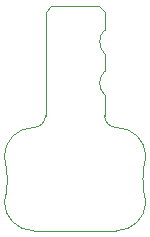
<source format=gm1>
G04 #@! TF.GenerationSoftware,KiCad,Pcbnew,(5.1.0-69-gb00413b7d)*
G04 #@! TF.CreationDate,2019-05-24T00:33:05+02:00*
G04 #@! TF.ProjectId,AVR-ISP_pogo-plug_1.27mm,4156522d-4953-4505-9f70-6f676f2d706c,0.21.e*
G04 #@! TF.SameCoordinates,Original*
G04 #@! TF.FileFunction,Profile,NP*
%FSLAX46Y46*%
G04 Gerber Fmt 4.6, Leading zero omitted, Abs format (unit mm)*
G04 Created by KiCad (PCBNEW (5.1.0-69-gb00413b7d)) date 2019-05-24 00:33:05*
%MOMM*%
%LPD*%
G04 APERTURE LIST*
%ADD10C,0.100000*%
G04 APERTURE END LIST*
D10*
X74500001Y-79100000D02*
G75*
G02X74512468Y-75146715I7412467J1953285D01*
G01*
X62512467Y-75246715D02*
G75*
G02X62500000Y-79200000I-7412467J-1953285D01*
G01*
X65000000Y-81500000D02*
X72000000Y-81500000D01*
X66000000Y-63000000D02*
X66000000Y-71750000D01*
X66500000Y-62500000D02*
X70500000Y-62500000D01*
X66500000Y-62500000D02*
X66000000Y-63000000D01*
X71000000Y-70000000D02*
X71000000Y-71750000D01*
X71000000Y-66500000D02*
X71000000Y-68000000D01*
X71000000Y-68000000D02*
G75*
G03X71000000Y-70000000I1000000J-1000000D01*
G01*
X71000000Y-63000000D02*
X71000000Y-64500000D01*
X71000000Y-64500000D02*
G75*
G03X71000000Y-66500000I1000000J-1000000D01*
G01*
X70500000Y-62500000D02*
X71000000Y-63000000D01*
X65000000Y-72750000D02*
G75*
G03X66000000Y-71750000I0J1000000D01*
G01*
X71000000Y-71750000D02*
G75*
G03X72000000Y-72750000I1000000J0D01*
G01*
X65000000Y-72750000D02*
G75*
G03X62500000Y-75250000I0J-2500000D01*
G01*
X74500000Y-75250000D02*
G75*
G03X72000000Y-72750000I-2500000J0D01*
G01*
X62500000Y-79000000D02*
G75*
G03X65000000Y-81500000I2500000J0D01*
G01*
X72000000Y-81501999D02*
G75*
G03X74500000Y-79100000I0J2501999D01*
G01*
M02*

</source>
